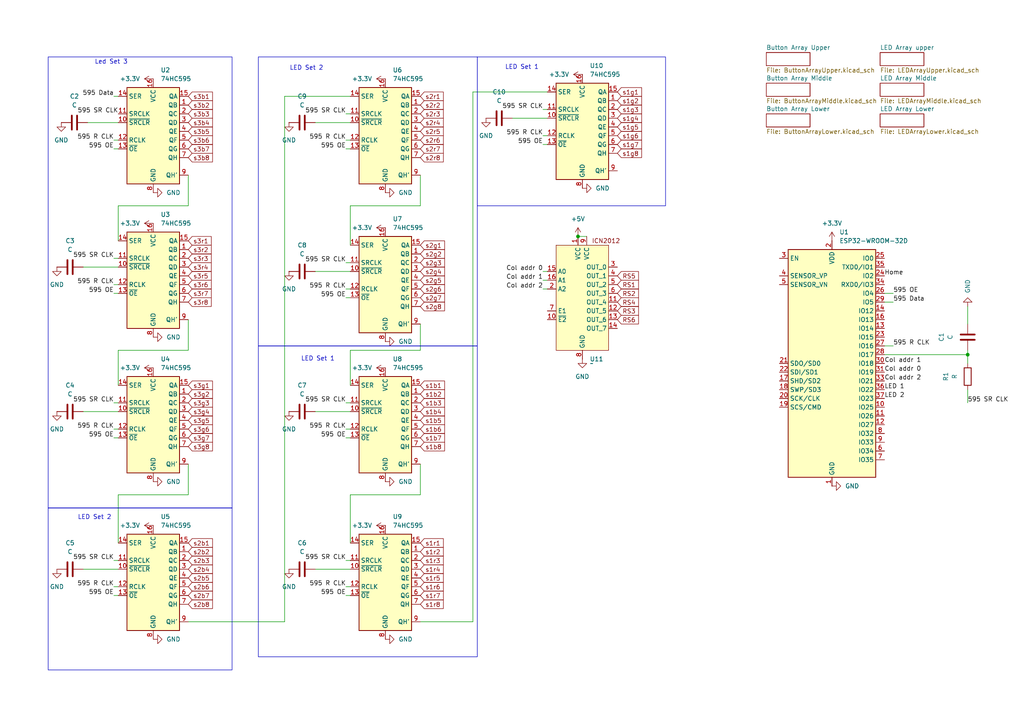
<source format=kicad_sch>
(kicad_sch (version 20250114) (generator "eeschema") (generator_version "9.0")
  (paper "A4")
  (lib_symbols
    (symbol "74xx:74HC595"
      (property "Reference" "U" (at -7.62 13.97 0))
      (property "Value" "74HC595" (at -7.62 -16.51 0))
      (symbol "74HC595_1_0"
        (pin input line (at -10.16 10.16 0) (length 2.54) (name "SER") (number "14"))
        (pin input line (at -10.16 5.08 0) (length 2.54) (name "SRCLK") (number "11"))
        (pin input line (at -10.16 2.54 0) (length 2.54) (name "~{SRCLR}") (number "10"))
        (pin input line (at -10.16 -2.54 0) (length 2.54) (name "RCLK") (number "12"))
        (pin input line (at -10.16 -5.08 0) (length 2.54) (name "~{OE}") (number "13"))
        (pin power_in line (at 0 15.24 270) (length 2.54) (name "VCC") (number "16"))
        (pin power_in line (at 0 -17.78 90) (length 2.54) (name "GND") (number "8"))
        (pin tri_state line (at 10.16 10.16 180) (length 2.54) (name "QA") (number "15"))
        (pin tri_state line (at 10.16 7.62 180) (length 2.54) (name "QB") (number "1"))
        (pin tri_state line (at 10.16 5.08 180) (length 2.54) (name "QC") (number "2"))
        (pin tri_state line (at 10.16 2.54 180) (length 2.54) (name "QD") (number "3"))
        (pin tri_state line (at 10.16 0 180) (length 2.54) (name "QE") (number "4"))
        (pin tri_state line (at 10.16 -2.54 180) (length 2.54) (name "QF") (number "5"))
        (pin tri_state line (at 10.16 -5.08 180) (length 2.54) (name "QG") (number "6"))
        (pin tri_state line (at 10.16 -7.62 180) (length 2.54) (name "QH") (number "7"))
        (pin output line (at 10.16 -12.7 180) (length 2.54) (name "QH'") (number "9"))
      )
      (symbol "74HC595_1_1"
        (rectangle (start -7.62 12.7) (end 7.62 -15.24) (stroke (width 0.254)) (fill (type background)))
      )
    )
    (symbol "Device:C" (pin_numbers (hide yes)) (pin_names (offset 0.254))
      (property "Reference" "C" (at 0.635 2.54 0))
      (property "Value" "C" (at 0.635 -2.54 0))
      (symbol "C_0_1"
        (polyline (pts (xy -2.032 0.762) (xy 2.032 0.762)) (stroke (width 0.508)))
        (polyline (pts (xy -2.032 -0.762) (xy 2.032 -0.762)) (stroke (width 0.508)))
      )
      (symbol "C_1_1"
        (pin passive line (at 0 3.81 270) (length 2.794) (name "~") (number "1"))
        (pin passive line (at 0 -3.81 90) (length 2.794) (name "~") (number "2"))
      )
    )
    (symbol "Device:R" (pin_numbers (hide yes)) (pin_names (offset 0))
      (property "Reference" "R" (at 2.032 0 90))
      (property "Value" "R" (at 0 0 90))
      (symbol "R_0_1"
        (rectangle (start -1.016 -2.54) (end 1.016 2.54) (stroke (width 0.254)))
      )
      (symbol "R_1_1"
        (pin passive line (at 0 3.81 270) (length 1.27) (name "~") (number "1"))
        (pin passive line (at 0 -3.81 90) (length 1.27) (name "~") (number "2"))
      )
    )
    (symbol "RF_Module:ESP32-WROOM-32D"
      (property "Reference" "U" (at -12.7 34.29 0))
      (property "Value" "ESP32-WROOM-32D" (at 1.27 34.29 0))
      (symbol "ESP32-WROOM-32D_0_1"
        (rectangle (start -12.7 33.02) (end 12.7 -33.02) (stroke (width 0.254)) (fill (type background)))
      )
      (symbol "ESP32-WROOM-32D_1_1"
        (pin input line (at -15.24 30.48 0) (length 2.54) (name "EN") (number "3"))
        (pin input line (at -15.24 25.4 0) (length 2.54) (name "SENSOR_VP") (number "4"))
        (pin input line (at -15.24 22.86 0) (length 2.54) (name "SENSOR_VN") (number "5"))
        (pin bidirectional line (at -15.24 0 0) (length 2.54) (name "SDO/SD0") (number "21"))
        (pin bidirectional line (at -15.24 -2.54 0) (length 2.54) (name "SDI/SD1") (number "22"))
        (pin bidirectional line (at -15.24 -5.08 0) (length 2.54) (name "SHD/SD2") (number "17"))
        (pin bidirectional line (at -15.24 -7.62 0) (length 2.54) (name "SWP/SD3") (number "18"))
        (pin bidirectional line (at -15.24 -10.16 0) (length 2.54) (name "SCK/CLK") (number "20"))
        (pin bidirectional line (at -15.24 -12.7 0) (length 2.54) (name "SCS/CMD") (number "19"))
        (pin no_connect line (at -12.7 -27.94 0) (length 2.54) (hide yes) (name "NC") (number "32"))
        (pin power_in line (at 0 35.56 270) (length 2.54) (name "VDD") (number "2"))
        (pin power_in line (at 0 -35.56 90) (length 2.54) (name "GND") (number "1"))
        (pin passive line (at 0 -35.56 90) (length 2.54) (hide yes) (name "GND") (number "15"))
        (pin passive line (at 0 -35.56 90) (length 2.54) (hide yes) (name "GND") (number "38"))
        (pin passive line (at 0 -35.56 90) (length 2.54) (hide yes) (name "GND") (number "39"))
        (pin bidirectional line (at 15.24 30.48 180) (length 2.54) (name "IO0") (number "25"))
        (pin bidirectional line (at 15.24 27.94 180) (length 2.54) (name "TXD0/IO1") (number "35"))
        (pin bidirectional line (at 15.24 25.4 180) (length 2.54) (name "IO2") (number "24"))
        (pin bidirectional line (at 15.24 22.86 180) (length 2.54) (name "RXD0/IO3") (number "34"))
        (pin bidirectional line (at 15.24 20.32 180) (length 2.54) (name "IO4") (number "26"))
        (pin bidirectional line (at 15.24 17.78 180) (length 2.54) (name "IO5") (number "29"))
        (pin bidirectional line (at 15.24 15.24 180) (length 2.54) (name "IO12") (number "14"))
        (pin bidirectional line (at 15.24 12.7 180) (length 2.54) (name "IO13") (number "16"))
        (pin bidirectional line (at 15.24 10.16 180) (length 2.54) (name "IO14") (number "13"))
        (pin bidirectional line (at 15.24 7.62 180) (length 2.54) (name "IO15") (number "23"))
        (pin bidirectional line (at 15.24 5.08 180) (length 2.54) (name "IO16") (number "27"))
        (pin bidirectional line (at 15.24 2.54 180) (length 2.54) (name "IO17") (number "28"))
        (pin bidirectional line (at 15.24 0 180) (length 2.54) (name "IO18") (number "30"))
        (pin bidirectional line (at 15.24 -2.54 180) (length 2.54) (name "IO19") (number "31"))
        (pin bidirectional line (at 15.24 -5.08 180) (length 2.54) (name "IO21") (number "33"))
        (pin bidirectional line (at 15.24 -7.62 180) (length 2.54) (name "IO22") (number "36"))
        (pin bidirectional line (at 15.24 -10.16 180) (length 2.54) (name "IO23") (number "37"))
        (pin bidirectional line (at 15.24 -12.7 180) (length 2.54) (name "IO25") (number "10"))
        (pin bidirectional line (at 15.24 -15.24 180) (length 2.54) (name "IO26") (number "11"))
        (pin bidirectional line (at 15.24 -17.78 180) (length 2.54) (name "IO27") (number "12"))
        (pin bidirectional line (at 15.24 -20.32 180) (length 2.54) (name "IO32") (number "8"))
        (pin bidirectional line (at 15.24 -22.86 180) (length 2.54) (name "IO33") (number "9"))
        (pin input line (at 15.24 -25.4 180) (length 2.54) (name "IO34") (number "6"))
        (pin input line (at 15.24 -27.94 180) (length 2.54) (name "IO35") (number "7"))
      )
    )
    (symbol "Special Parts:ICN2012"
      (property "Reference" "U" (at 4.826 18.796 0))
      (symbol "ICN2012_0_1"
        (rectangle (start -7.62 15.24) (end 7.62 -15.24) (fill (type background)))
      )
      (symbol "ICN2012_1_1"
        (text "ICN2012" (at 6.858 16.51 0) (effects (font (size 1.27 1.27))))
        (pin input line (at -10.16 7.62 0) (length 2.54) (name "A0") (number "15"))
        (pin input line (at -10.16 5.08 0) (length 2.54) (name "A1") (number "16"))
        (pin input line (at -10.16 2.54 0) (length 2.54) (name "A2") (number "2"))
        (pin input line (at -10.16 -3.81 0) (length 2.54) (name "E1") (number "7"))
        (pin input line (at -10.16 -6.35 0) (length 2.54) (name "~{E2}") (number "10"))
        (pin power_in line (at -1.27 17.78 270) (length 2.54) (name "VCC") (number "1"))
        (pin power_in line (at 0 -17.78 90) (length 2.54) (name "GND") (number "8"))
        (pin power_in line (at 1.27 17.78 270) (length 2.54) (name "VCC") (number "9"))
        (pin output line (at 10.16 8.89 180) (length 2.54) (name "OUT_0") (number "3"))
        (pin output line (at 10.16 6.35 180) (length 2.54) (name "OUT_1") (number "4"))
        (pin output line (at 10.16 3.81 180) (length 2.54) (name "OUT_2") (number "5"))
        (pin output line (at 10.16 1.27 180) (length 2.54) (name "OUT_3") (number "6"))
        (pin output line (at 10.16 -1.27 180) (length 2.54) (name "OUT_4") (number "11"))
        (pin output line (at 10.16 -3.81 180) (length 2.54) (name "OUT_5") (number "12"))
        (pin output line (at 10.16 -6.35 180) (length 2.54) (name "OUT_6") (number "13"))
        (pin output line (at 10.16 -8.89 180) (length 2.54) (name "OUT_7") (number "14"))
      )
    )
    (symbol "power:+3.3V" (power) (pin_numbers (hide yes)) (pin_names (offset 0) (hide yes))
      (property "Value" "+3.3V" (at 0 3.556 0))
      (symbol "+3.3V_0_1"
        (polyline (pts (xy -0.762 1.27) (xy 0 2.54)))
        (polyline (pts (xy 0 2.54) (xy 0.762 1.27)))
        (polyline (pts (xy 0 0) (xy 0 2.54)))
      )
      (symbol "+3.3V_1_1"
        (pin power_in line (at 0 0 90) (length 0) (name "~") (number "1"))
      )
    )
    (symbol "power:+5V" (power) (pin_numbers (hide yes)) (pin_names (offset 0) (hide yes))
      (property "Value" "+5V" (at 0 3.556 0))
      (symbol "+5V_0_1"
        (polyline (pts (xy -0.762 1.27) (xy 0 2.54)))
        (polyline (pts (xy 0 2.54) (xy 0.762 1.27)))
        (polyline (pts (xy 0 0) (xy 0 2.54)))
      )
      (symbol "+5V_1_1"
        (pin power_in line (at 0 0 90) (length 0) (name "~") (number "1"))
      )
    )
    (symbol "power:GND" (power) (pin_numbers (hide yes)) (pin_names (offset 0) (hide yes))
      (property "Value" "GND" (at 0 -3.81 0))
      (symbol "GND_0_1"
        (polyline (pts (xy 0 0) (xy 0 -1.27) (xy 1.27 -1.27) (xy 0 -2.54) (xy -1.27 -1.27) (xy 0 -1.27)))
      )
      (symbol "GND_1_1"
        (pin power_in line (at 0 0 270) (length 0) (name "~") (number "1"))
      )
    )
  )
  (rectangle (start 74.93 100.33) (end 138.43 190.5))
  (rectangle (start 13.97 147.32) (end 67.31 194.31))
  (rectangle (start 138.43 16.51) (end 193.04 59.69))
  (rectangle (start 74.93 16.51) (end 138.43 100.33))
  (rectangle (start 13.97 16.51) (end 67.31 147.32))
  (text "LED Set 1" (at 92.202 104.14 0) (effects (font (size 1.27 1.27))))
  (text "LED Set 2" (at 27.432 150.114 0) (effects (font (size 1.27 1.27))))
  (text "Led Set 3\n" (at 32.258 18.034 0) (effects (font (size 1.27 1.27))))
  (text "LED Set 1" (at 151.384 19.558 0) (effects (font (size 1.27 1.27))))
  (text "LED Set 2" (at 88.9 19.812 0) (effects (font (size 1.27 1.27))))
  (junction (at 167.64 68.58))
  (junction (at 280.67 102.87))
  (wire (pts (xy 34.29 127) (xy 33.02 127)))
  (wire (pts (xy 34.29 143.51) (xy 34.29 157.48)))
  (wire (pts (xy 54.61 92.71) (xy 54.61 101.6)))
  (wire (pts (xy 158.75 78.74) (xy 157.48 78.74)))
  (wire (pts (xy 100.33 162.56) (xy 101.6 162.56)))
  (wire (pts (xy 280.67 102.87) (xy 280.67 101.6)))
  (wire (pts (xy 101.6 59.69) (xy 101.6 71.12)))
  (wire (pts (xy 121.92 93.98) (xy 121.92 101.6)))
  (wire (pts (xy 158.75 81.28) (xy 157.48 81.28)))
  (wire (pts (xy 54.61 50.8) (xy 54.61 59.69)))
  (wire (pts (xy 121.92 134.62) (xy 121.92 143.51)))
  (wire (pts (xy 33.02 40.64) (xy 34.29 40.64)))
  (wire (pts (xy 24.13 119.38) (xy 34.29 119.38)))
  (wire (pts (xy 100.33 83.82) (xy 101.6 83.82)))
  (wire (pts (xy 33.02 82.55) (xy 34.29 82.55)))
  (wire (pts (xy 148.59 34.29) (xy 158.75 34.29)))
  (wire (pts (xy 24.13 165.1) (xy 34.29 165.1)))
  (wire (pts (xy 33.02 27.94) (xy 34.29 27.94)))
  (wire (pts (xy 34.29 59.69) (xy 34.29 69.85)))
  (wire (pts (xy 121.92 59.69) (xy 101.6 59.69)))
  (wire (pts (xy 101.6 143.51) (xy 101.6 157.48)))
  (wire (pts (xy 24.13 77.47) (xy 34.29 77.47)))
  (wire (pts (xy 54.61 143.51) (xy 34.29 143.51)))
  (wire (pts (xy 280.67 93.98) (xy 280.67 88.9)))
  (wire (pts (xy 33.02 116.84) (xy 34.29 116.84)))
  (wire (pts (xy 137.16 180.34) (xy 121.92 180.34)))
  (wire (pts (xy 33.02 170.18) (xy 34.29 170.18)))
  (wire (pts (xy 54.61 101.6) (xy 34.29 101.6)))
  (wire (pts (xy 121.92 143.51) (xy 101.6 143.51)))
  (wire (pts (xy 100.33 40.64) (xy 101.6 40.64)))
  (wire (pts (xy 34.29 43.18) (xy 33.02 43.18)))
  (wire (pts (xy 101.6 101.6) (xy 101.6 111.76)))
  (wire (pts (xy 91.44 35.56) (xy 101.6 35.56)))
  (wire (pts (xy 54.61 180.34) (xy 82.55 180.34)))
  (wire (pts (xy 100.33 33.02) (xy 101.6 33.02)))
  (wire (pts (xy 167.64 68.58) (xy 170.18 68.58)))
  (wire (pts (xy 91.44 119.38) (xy 101.6 119.38)))
  (wire (pts (xy 33.02 124.46) (xy 34.29 124.46)))
  (wire (pts (xy 121.92 101.6) (xy 101.6 101.6)))
  (wire (pts (xy 100.33 116.84) (xy 101.6 116.84)))
  (wire (pts (xy 34.29 172.72) (xy 33.02 172.72)))
  (wire (pts (xy 91.44 78.74) (xy 101.6 78.74)))
  (wire (pts (xy 33.02 74.93) (xy 34.29 74.93)))
  (wire (pts (xy 101.6 127) (xy 100.33 127)))
  (wire (pts (xy 137.16 26.67) (xy 158.75 26.67)))
  (wire (pts (xy 91.44 165.1) (xy 101.6 165.1)))
  (wire (pts (xy 137.16 26.67) (xy 137.16 180.34)))
  (wire (pts (xy 256.54 102.87) (xy 280.67 102.87)))
  (wire (pts (xy 100.33 124.46) (xy 101.6 124.46)))
  (wire (pts (xy 82.55 27.94) (xy 101.6 27.94)))
  (wire (pts (xy 100.33 76.2) (xy 101.6 76.2)))
  (wire (pts (xy 280.67 105.41) (xy 280.67 102.87)))
  (wire (pts (xy 157.48 31.75) (xy 158.75 31.75)))
  (wire (pts (xy 25.4 35.56) (xy 34.29 35.56)))
  (wire (pts (xy 256.54 100.33) (xy 259.08 100.33)))
  (wire (pts (xy 34.29 85.09) (xy 33.02 85.09)))
  (wire (pts (xy 33.02 162.56) (xy 34.29 162.56)))
  (wire (pts (xy 82.55 180.34) (xy 82.55 27.94)))
  (wire (pts (xy 100.33 170.18) (xy 101.6 170.18)))
  (wire (pts (xy 101.6 172.72) (xy 100.33 172.72)))
  (wire (pts (xy 101.6 43.18) (xy 100.33 43.18)))
  (wire (pts (xy 54.61 134.62) (xy 54.61 143.51)))
  (wire (pts (xy 34.29 101.6) (xy 34.29 111.76)))
  (wire (pts (xy 157.48 83.82) (xy 158.75 83.82)))
  (wire (pts (xy 256.54 85.09) (xy 259.08 85.09)))
  (wire (pts (xy 121.92 50.8) (xy 121.92 59.69)))
  (wire (pts (xy 157.48 39.37) (xy 158.75 39.37)))
  (wire (pts (xy 280.67 116.84) (xy 280.67 113.03)))
  (wire (pts (xy 256.54 87.63) (xy 259.08 87.63)))
  (wire (pts (xy 158.75 41.91) (xy 157.48 41.91)))
  (wire (pts (xy 101.6 86.36) (xy 100.33 86.36)))
  (wire (pts (xy 54.61 59.69) (xy 34.29 59.69)))
  (label "595 R CLK" (at 33.02 82.55 180))
  (label "595 OE" (at 100.33 172.72 180))
  (label "595 Data" (at 259.08 87.63 0))
  (label "Col addr 2" (at 157.48 83.82 180))
  (label "595 OE" (at 100.33 86.36 180))
  (label "595 OE" (at 157.48 41.91 180))
  (label "595 SR CLK" (at 100.33 33.02 180))
  (label "595 R CLK" (at 157.48 39.37 180))
  (label "595 OE" (at 33.02 172.72 180))
  (label "595 R CLK" (at 33.02 124.46 180))
  (label "595 SR CLK" (at 100.33 162.56 180))
  (label "595 OE" (at 259.08 85.09 0))
  (label "595 SR CLK" (at 33.02 74.93 180))
  (label "595 Data" (at 33.02 27.94 180))
  (label "595 SR CLK" (at 33.02 116.84 180))
  (label "595 SR CLK" (at 100.33 116.84 180))
  (label "Col addr 1" (at 256.54 105.41 0))
  (label "595 SR CLK" (at 34.29 33.02 180))
  (label "595 R CLK" (at 100.33 124.46 180))
  (label "595 SR CLK" (at 33.02 162.56 180))
  (label "595 R CLK" (at 33.02 40.64 180))
  (label "595 OE" (at 100.33 43.18 180))
  (label "595 SR CLK" (at 157.48 31.75 180))
  (label "595 R CLK" (at 100.33 170.18 180))
  (label "LED 1" (at 256.54 113.03 0))
  (label "LED 2" (at 256.54 115.57 0))
  (label "595 R CLK" (at 259.08 100.33 0))
  (label "595 R CLK" (at 100.33 83.82 180))
  (label "595 R CLK" (at 33.02 170.18 180))
  (label "Col addr 0" (at 157.48 78.74 180))
  (label "595 SR CLK" (at 280.67 116.84 0))
  (label "595 R CLK" (at 100.33 40.64 180))
  (label "Col addr 1" (at 157.48 81.28 180))
  (label "595 OE" (at 33.02 43.18 180))
  (label "Home" (at 256.54 80.01 0))
  (label "Col addr 2" (at 256.54 110.49 0))
  (label "Col addr 0" (at 256.54 107.95 0))
  (label "595 OE" (at 33.02 85.09 180))
  (label "595 OE" (at 100.33 127 180))
  (label "595 SR CLK" (at 100.33 76.2 180))
  (label "595 OE" (at 33.02 127 180))
  (global_label "s3r7" (shape input) (at 54.61 85.09 0) (property "Intersheetrefs" "${INTERSHEET_REFS}" (effects (hide yes))))
  (global_label "RS2" (shape input) (at 179.07 85.09 0) (property "Intersheetrefs" "${INTERSHEET_REFS}" (effects (hide yes))))
  (global_label "s3g5" (shape input) (at 54.61 121.92 0) (property "Intersheetrefs" "${INTERSHEET_REFS}" (effects (hide yes))))
  (global_label "s2r6" (shape input) (at 121.92 40.64 0) (property "Intersheetrefs" "${INTERSHEET_REFS}" (effects (hide yes))))
  (global_label "s2r5" (shape input) (at 121.92 38.1 0) (property "Intersheetrefs" "${INTERSHEET_REFS}" (effects (hide yes))))
  (global_label "s2b2" (shape input) (at 54.61 160.02 0) (property "Intersheetrefs" "${INTERSHEET_REFS}" (effects (hide yes))))
  (global_label "s3b1" (shape input) (at 54.61 27.94 0) (property "Intersheetrefs" "${INTERSHEET_REFS}" (effects (hide yes))))
  (global_label "s2b6" (shape input) (at 54.61 170.18 0) (property "Intersheetrefs" "${INTERSHEET_REFS}" (effects (hide yes))))
  (global_label "s2r2" (shape input) (at 121.92 30.48 0) (property "Intersheetrefs" "${INTERSHEET_REFS}" (effects (hide yes))))
  (global_label "s1g7" (shape input) (at 179.07 41.91 0) (property "Intersheetrefs" "${INTERSHEET_REFS}" (effects (hide yes))))
  (global_label "s2b4" (shape input) (at 54.61 165.1 0) (property "Intersheetrefs" "${INTERSHEET_REFS}" (effects (hide yes))))
  (global_label "s2b8" (shape input) (at 54.61 175.26 0) (property "Intersheetrefs" "${INTERSHEET_REFS}" (effects (hide yes))))
  (global_label "s1r2" (shape input) (at 121.92 160.02 0) (property "Intersheetrefs" "${INTERSHEET_REFS}" (effects (hide yes))))
  (global_label "s1b2" (shape input) (at 121.92 114.3 0) (property "Intersheetrefs" "${INTERSHEET_REFS}" (effects (hide yes))))
  (global_label "s2g8" (shape input) (at 121.92 88.9 0) (property "Intersheetrefs" "${INTERSHEET_REFS}" (effects (hide yes))))
  (global_label "s2b3" (shape input) (at 54.61 162.56 0) (property "Intersheetrefs" "${INTERSHEET_REFS}" (effects (hide yes))))
  (global_label "s1r3" (shape input) (at 121.92 162.56 0) (property "Intersheetrefs" "${INTERSHEET_REFS}" (effects (hide yes))))
  (global_label "s3g6" (shape input) (at 54.61 124.46 0) (property "Intersheetrefs" "${INTERSHEET_REFS}" (effects (hide yes))))
  (global_label "s1b3" (shape input) (at 121.92 116.84 0) (property "Intersheetrefs" "${INTERSHEET_REFS}" (effects (hide yes))))
  (global_label "RS1" (shape input) (at 179.07 82.55 0) (property "Intersheetrefs" "${INTERSHEET_REFS}" (effects (hide yes))))
  (global_label "s2g7" (shape input) (at 121.92 86.36 0) (property "Intersheetrefs" "${INTERSHEET_REFS}" (effects (hide yes))))
  (global_label "s3r4" (shape input) (at 54.61 77.47 0) (property "Intersheetrefs" "${INTERSHEET_REFS}" (effects (hide yes))))
  (global_label "s3r5" (shape input) (at 54.61 80.01 0) (property "Intersheetrefs" "${INTERSHEET_REFS}" (effects (hide yes))))
  (global_label "s1b8" (shape input) (at 121.92 129.54 0) (property "Intersheetrefs" "${INTERSHEET_REFS}" (effects (hide yes))))
  (global_label "s2g5" (shape input) (at 121.92 81.28 0) (property "Intersheetrefs" "${INTERSHEET_REFS}" (effects (hide yes))))
  (global_label "s1r7" (shape input) (at 121.92 172.72 0) (property "Intersheetrefs" "${INTERSHEET_REFS}" (effects (hide yes))))
  (global_label "s3g8" (shape input) (at 54.61 129.54 0) (property "Intersheetrefs" "${INTERSHEET_REFS}" (effects (hide yes))))
  (global_label "s1b4" (shape input) (at 121.92 119.38 0) (property "Intersheetrefs" "${INTERSHEET_REFS}" (effects (hide yes))))
  (global_label "s2g1" (shape input) (at 121.92 71.12 0) (property "Intersheetrefs" "${INTERSHEET_REFS}" (effects (hide yes))))
  (global_label "s1b5" (shape input) (at 121.92 121.92 0) (property "Intersheetrefs" "${INTERSHEET_REFS}" (effects (hide yes))))
  (global_label "s1r6" (shape input) (at 121.92 170.18 0) (property "Intersheetrefs" "${INTERSHEET_REFS}" (effects (hide yes))))
  (global_label "RS3" (shape input) (at 179.07 90.17 0) (property "Intersheetrefs" "${INTERSHEET_REFS}" (effects (hide yes))))
  (global_label "s1r8" (shape input) (at 121.92 175.26 0) (property "Intersheetrefs" "${INTERSHEET_REFS}" (effects (hide yes))))
  (global_label "s2r7" (shape input) (at 121.92 43.18 0) (property "Intersheetrefs" "${INTERSHEET_REFS}" (effects (hide yes))))
  (global_label "s1r1" (shape input) (at 121.92 157.48 0) (property "Intersheetrefs" "${INTERSHEET_REFS}" (effects (hide yes))))
  (global_label "s1r4" (shape input) (at 121.92 165.1 0) (property "Intersheetrefs" "${INTERSHEET_REFS}" (effects (hide yes))))
  (global_label "s2g4" (shape input) (at 121.92 78.74 0) (property "Intersheetrefs" "${INTERSHEET_REFS}" (effects (hide yes))))
  (global_label "s3r1" (shape input) (at 54.61 69.85 0) (property "Intersheetrefs" "${INTERSHEET_REFS}" (effects (hide yes))))
  (global_label "s1r5" (shape input) (at 121.92 167.64 0) (property "Intersheetrefs" "${INTERSHEET_REFS}" (effects (hide yes))))
  (global_label "s2r4" (shape input) (at 121.92 35.56 0) (property "Intersheetrefs" "${INTERSHEET_REFS}" (effects (hide yes))))
  (global_label "s1b6" (shape input) (at 121.92 124.46 0) (property "Intersheetrefs" "${INTERSHEET_REFS}" (effects (hide yes))))
  (global_label "RS5" (shape input) (at 179.07 80.01 0) (property "Intersheetrefs" "${INTERSHEET_REFS}" (effects (hide yes))))
  (global_label "s2r8" (shape input) (at 121.92 45.72 0) (property "Intersheetrefs" "${INTERSHEET_REFS}" (effects (hide yes))))
  (global_label "s3g1" (shape input) (at 54.61 111.76 0) (property "Intersheetrefs" "${INTERSHEET_REFS}" (effects (hide yes))))
  (global_label "s3b3" (shape input) (at 54.61 33.02 0) (property "Intersheetrefs" "${INTERSHEET_REFS}" (effects (hide yes))))
  (global_label "s3g3" (shape input) (at 54.61 116.84 0) (property "Intersheetrefs" "${INTERSHEET_REFS}" (effects (hide yes))))
  (global_label "s1g1" (shape input) (at 179.07 26.67 0) (property "Intersheetrefs" "${INTERSHEET_REFS}" (effects (hide yes))))
  (global_label "s2r1" (shape input) (at 121.92 27.94 0) (property "Intersheetrefs" "${INTERSHEET_REFS}" (effects (hide yes))))
  (global_label "s3r8" (shape input) (at 54.61 87.63 0) (property "Intersheetrefs" "${INTERSHEET_REFS}" (effects (hide yes))))
  (global_label "s3b5" (shape input) (at 54.61 38.1 0) (property "Intersheetrefs" "${INTERSHEET_REFS}" (effects (hide yes))))
  (global_label "s2r3" (shape input) (at 121.92 33.02 0) (property "Intersheetrefs" "${INTERSHEET_REFS}" (effects (hide yes))))
  (global_label "s2b5" (shape input) (at 54.61 167.64 0) (property "Intersheetrefs" "${INTERSHEET_REFS}" (effects (hide yes))))
  (global_label "s1b1" (shape input) (at 121.92 111.76 0) (property "Intersheetrefs" "${INTERSHEET_REFS}" (effects (hide yes))))
  (global_label "s2g6" (shape input) (at 121.92 83.82 0) (property "Intersheetrefs" "${INTERSHEET_REFS}" (effects (hide yes))))
  (global_label "s3b2" (shape input) (at 54.61 30.48 0) (property "Intersheetrefs" "${INTERSHEET_REFS}" (effects (hide yes))))
  (global_label "s1g5" (shape input) (at 179.07 36.83 0) (property "Intersheetrefs" "${INTERSHEET_REFS}" (effects (hide yes))))
  (global_label "s3b4" (shape input) (at 54.61 35.56 0) (property "Intersheetrefs" "${INTERSHEET_REFS}" (effects (hide yes))))
  (global_label "s2g3" (shape input) (at 121.92 76.2 0) (property "Intersheetrefs" "${INTERSHEET_REFS}" (effects (hide yes))))
  (global_label "RS6" (shape input) (at 179.07 92.71 0) (property "Intersheetrefs" "${INTERSHEET_REFS}" (effects (hide yes))))
  (global_label "s3b8" (shape input) (at 54.61 45.72 0) (property "Intersheetrefs" "${INTERSHEET_REFS}" (effects (hide yes))))
  (global_label "s1b7" (shape input) (at 121.92 127 0) (property "Intersheetrefs" "${INTERSHEET_REFS}" (effects (hide yes))))
  (global_label "s1g2" (shape input) (at 179.07 29.21 0) (property "Intersheetrefs" "${INTERSHEET_REFS}" (effects (hide yes))))
  (global_label "s1g6" (shape input) (at 179.07 39.37 0) (property "Intersheetrefs" "${INTERSHEET_REFS}" (effects (hide yes))))
  (global_label "s3g7" (shape input) (at 54.61 127 0) (property "Intersheetrefs" "${INTERSHEET_REFS}" (effects (hide yes))))
  (global_label "s1g4" (shape input) (at 179.07 34.29 0) (property "Intersheetrefs" "${INTERSHEET_REFS}" (effects (hide yes))))
  (global_label "s1g3" (shape input) (at 179.07 31.75 0) (property "Intersheetrefs" "${INTERSHEET_REFS}" (effects (hide yes))))
  (global_label "s3r6" (shape input) (at 54.61 82.55 0) (property "Intersheetrefs" "${INTERSHEET_REFS}" (effects (hide yes))))
  (global_label "s3r2" (shape input) (at 54.61 72.39 0) (property "Intersheetrefs" "${INTERSHEET_REFS}" (effects (hide yes))))
  (global_label "RS4" (shape input) (at 179.07 87.63 0) (property "Intersheetrefs" "${INTERSHEET_REFS}" (effects (hide yes))))
  (global_label "s2g2" (shape input) (at 121.92 73.66 0) (property "Intersheetrefs" "${INTERSHEET_REFS}" (effects (hide yes))))
  (global_label "s3g2" (shape input) (at 54.61 114.3 0) (property "Intersheetrefs" "${INTERSHEET_REFS}" (effects (hide yes))))
  (global_label "s3b6" (shape input) (at 54.61 40.64 0) (property "Intersheetrefs" "${INTERSHEET_REFS}" (effects (hide yes))))
  (global_label "s1g8" (shape input) (at 179.07 44.45 0) (property "Intersheetrefs" "${INTERSHEET_REFS}" (effects (hide yes))))
  (global_label "s3g4" (shape input) (at 54.61 119.38 0) (property "Intersheetrefs" "${INTERSHEET_REFS}" (effects (hide yes))))
  (global_label "s2b7" (shape input) (at 54.61 172.72 0) (property "Intersheetrefs" "${INTERSHEET_REFS}" (effects (hide yes))))
  (global_label "s2b1" (shape input) (at 54.61 157.48 0) (property "Intersheetrefs" "${INTERSHEET_REFS}" (effects (hide yes))))
  (global_label "s3r3" (shape input) (at 54.61 74.93 0) (property "Intersheetrefs" "${INTERSHEET_REFS}" (effects (hide yes))))
  (global_label "s3b7" (shape input) (at 54.61 43.18 0) (property "Intersheetrefs" "${INTERSHEET_REFS}" (effects (hide yes))))
  (symbol (lib_id "power:GND") (at 44.45 97.79 90) (unit 1)
    (property "Reference" "#PWR04" (effects (hide yes)))
    (property "Value" "GND" (at 48.26 97.7899 90) (effects (justify right)))
    (property "Description" "Power symbol creates a global label with name \"GND\" , ground" (effects (hide yes)))
  )
  (symbol (lib_id "power:+3.3V") (at 111.76 152.4 90) (unit 1)
    (property "Reference" "#PWR019" (effects (hide yes)))
    (property "Value" "+3.3V" (at 107.95 152.3999 90) (effects (justify left)))
    (property "Description" "Power symbol creates a global label with name \"+3.3V\"" (effects (hide yes)))
  )
  (symbol (lib_id "power:+3.3V") (at 44.45 106.68 90) (unit 1)
    (property "Reference" "#PWR016" (effects (hide yes)))
    (property "Value" "+3.3V" (at 40.64 106.6799 90) (effects (justify left)))
    (property "Description" "Power symbol creates a global label with name \"+3.3V\"" (effects (hide yes)))
  )
  (symbol (lib_id "Special Parts:ICN2012") (at 168.91 86.36 0) (unit 1)
    (property "Reference" "U11" (at 171.0533 104.14 0) (effects (justify left)))
    (property "Value" "~" (at 171.0533 105.41 0) (effects (justify left)))
    (property "Datasheet" "https://datasheet4u.com/datasheet/CHIPONE/ICN2012-1328874" (effects (hide yes)))
  )
  (symbol (lib_id "power:GND") (at 111.76 185.42 90) (unit 1)
    (property "Reference" "#PWR09" (effects (hide yes)))
    (property "Value" "GND" (at 115.57 185.4199 90) (effects (justify right)))
    (property "Description" "Power symbol creates a global label with name \"GND\" , ground" (effects (hide yes)))
  )
  (symbol (lib_id "RF_Module:ESP32-WROOM-32D") (at 241.3 105.41 0) (unit 1)
    (property "Reference" "U1" (at 243.4433 67.31 0) (effects (justify left)))
    (property "Value" "ESP32-WROOM-32D" (at 243.4433 69.85 0) (effects (justify left)))
    (property "Footprint" "RF_Module:ESP32-WROOM-32D" (effects (hide yes)))
    (property "Datasheet" "https://www.espressif.com/sites/default/files/documentation/esp32-wroom-32d_esp32-wroom-32u_datasheet_en.pdf" (effects (hide yes)))
    (property "Description" "RF Module, ESP32-D0WD SoC, Wi-Fi 802.11b/g/n, Bluetooth, BLE, 32-bit, 2.7-3.6V, onboard antenna, SMD" (effects (hide yes)))
  )
  (symbol (lib_id "power:GND") (at 16.51 165.1 0) (unit 1)
    (property "Reference" "#PWR029" (effects (hide yes)))
    (property "Value" "GND" (at 16.51 170.18 0))
    (property "Description" "Power symbol creates a global label with name \"GND\" , ground" (effects (hide yes)))
  )
  (symbol (lib_id "power:GND") (at 111.76 99.06 90) (unit 1)
    (property "Reference" "#PWR05" (effects (hide yes)))
    (property "Value" "GND" (at 115.57 99.0599 90) (effects (justify right)))
    (property "Description" "Power symbol creates a global label with name \"GND\" , ground" (effects (hide yes)))
  )
  (symbol (lib_id "Device:C") (at 20.32 77.47 90) (unit 1)
    (property "Reference" "C3" (at 20.32 69.85 90))
    (property "Value" "C" (at 20.32 72.39 90))
    (property "Footprint" "Capacitor_SMD:C_0201_0603Metric" (effects (hide yes)))
    (property "Description" "Unpolarized capacitor" (effects (hide yes)))
  )
  (symbol (lib_id "power:GND") (at 140.97 34.29 0) (unit 1)
    (property "Reference" "#PWR028" (effects (hide yes)))
    (property "Value" "GND" (at 140.97 39.37 0))
    (property "Description" "Power symbol creates a global label with name \"GND\" , ground" (effects (hide yes)))
  )
  (symbol (lib_id "Device:C") (at 280.67 97.79 180) (unit 1)
    (property "Reference" "C1" (at 273.05 97.79 90))
    (property "Value" "C" (at 275.59 97.79 90))
    (property "Footprint" "Capacitor_SMD:C_0201_0603Metric" (effects (hide yes)))
    (property "Description" "Unpolarized capacitor" (effects (hide yes)))
  )
  (symbol (lib_id "74xx:74HC595") (at 44.45 121.92 0) (unit 1)
    (property "Reference" "U4" (at 46.5933 104.14 0) (effects (justify left)))
    (property "Value" "74HC595" (at 46.5933 106.68 0) (effects (justify left)))
    (property "Footprint" "Package_SO:SOIC-16_3.9x9.9mm_P1.27mm" (effects (hide yes)))
    (property "Datasheet" "http://www.ti.com/lit/ds/symlink/sn74hc595.pdf" (effects (hide yes)))
    (property "Description" "8-bit serial in/out Shift Register 3-State Outputs" (effects (hide yes)))
  )
  (symbol (lib_id "74xx:74HC595") (at 111.76 81.28 0) (unit 1)
    (property "Reference" "U7" (at 113.9033 63.5 0) (effects (justify left)))
    (property "Value" "74HC595" (at 113.9033 66.04 0) (effects (justify left)))
    (property "Footprint" "Package_SO:SOIC-16_3.9x9.9mm_P1.27mm" (effects (hide yes)))
    (property "Datasheet" "http://www.ti.com/lit/ds/symlink/sn74hc595.pdf" (effects (hide yes)))
    (property "Description" "8-bit serial in/out Shift Register 3-State Outputs" (effects (hide yes)))
  )
  (symbol (lib_id "power:GND") (at 44.45 185.42 90) (unit 1)
    (property "Reference" "#PWR08" (effects (hide yes)))
    (property "Value" "GND" (at 48.26 185.4199 90) (effects (justify right)))
    (property "Description" "Power symbol creates a global label with name \"GND\" , ground" (effects (hide yes)))
  )
  (symbol (lib_id "74xx:74HC595") (at 111.76 121.92 0) (unit 1)
    (property "Reference" "U8" (at 113.9033 104.14 0) (effects (justify left)))
    (property "Value" "74HC595" (at 113.9033 106.68 0) (effects (justify left)))
    (property "Footprint" "Package_SO:SOIC-16_3.9x9.9mm_P1.27mm" (effects (hide yes)))
    (property "Datasheet" "http://www.ti.com/lit/ds/symlink/sn74hc595.pdf" (effects (hide yes)))
    (property "Description" "8-bit serial in/out Shift Register 3-State Outputs" (effects (hide yes)))
  )
  (symbol (lib_id "74xx:74HC595") (at 44.45 38.1 0) (unit 1)
    (property "Reference" "U2" (at 46.5933 20.32 0) (effects (justify left)))
    (property "Value" "74HC595" (at 46.5933 22.86 0) (effects (justify left)))
    (property "Footprint" "Package_SO:SOIC-16_3.9x9.9mm_P1.27mm" (effects (hide yes)))
    (property "Datasheet" "http://www.ti.com/lit/ds/symlink/sn74hc595.pdf" (effects (hide yes)))
    (property "Description" "8-bit serial in/out Shift Register 3-State Outputs" (effects (hide yes)))
  )
  (symbol (lib_id "power:GND") (at 17.78 35.56 0) (unit 1)
    (property "Reference" "#PWR021" (effects (hide yes)))
    (property "Value" "GND" (at 17.78 40.64 0))
    (property "Description" "Power symbol creates a global label with name \"GND\" , ground" (effects (hide yes)))
  )
  (symbol (lib_id "power:+3.3V") (at 44.45 64.77 90) (unit 1)
    (property "Reference" "#PWR014" (effects (hide yes)))
    (property "Value" "+3.3V" (at 40.64 64.7699 90) (effects (justify left)))
    (property "Description" "Power symbol creates a global label with name \"+3.3V\"" (effects (hide yes)))
  )
  (symbol (lib_id "74xx:74HC595") (at 111.76 38.1 0) (unit 1)
    (property "Reference" "U6" (at 113.9033 20.32 0) (effects (justify left)))
    (property "Value" "74HC595" (at 113.9033 22.86 0) (effects (justify left)))
    (property "Footprint" "Package_SO:SOIC-16_3.9x9.9mm_P1.27mm" (effects (hide yes)))
    (property "Datasheet" "http://www.ti.com/lit/ds/symlink/sn74hc595.pdf" (effects (hide yes)))
    (property "Description" "8-bit serial in/out Shift Register 3-State Outputs" (effects (hide yes)))
  )
  (symbol (lib_id "Device:C") (at 21.59 35.56 90) (unit 1)
    (property "Reference" "C2" (at 21.59 27.94 90))
    (property "Value" "C" (at 21.59 30.48 90))
    (property "Footprint" "Capacitor_SMD:C_0201_0603Metric" (effects (hide yes)))
    (property "Description" "Unpolarized capacitor" (effects (hide yes)))
  )
  (symbol (lib_id "Device:C") (at 87.63 35.56 90) (unit 1)
    (property "Reference" "C9" (at 87.63 27.94 90))
    (property "Value" "C" (at 87.63 30.48 90))
    (property "Footprint" "Capacitor_SMD:C_0201_0603Metric" (effects (hide yes)))
    (property "Description" "Unpolarized capacitor" (effects (hide yes)))
  )
  (symbol (lib_id "power:GND") (at 44.45 139.7 90) (unit 1)
    (property "Reference" "#PWR06" (effects (hide yes)))
    (property "Value" "GND" (at 48.26 139.6999 90) (effects (justify right)))
    (property "Description" "Power symbol creates a global label with name \"GND\" , ground" (effects (hide yes)))
  )
  (symbol (lib_id "Device:C") (at 87.63 119.38 90) (unit 1)
    (property "Reference" "C7" (at 87.63 111.76 90))
    (property "Value" "C" (at 87.63 114.3 90))
    (property "Footprint" "Capacitor_SMD:C_0201_0603Metric" (effects (hide yes)))
    (property "Description" "Unpolarized capacitor" (effects (hide yes)))
  )
  (symbol (lib_id "power:+3.3V") (at 111.76 66.04 90) (unit 1)
    (property "Reference" "#PWR015" (effects (hide yes)))
    (property "Value" "+3.3V" (at 107.95 66.0399 90) (effects (justify left)))
    (property "Description" "Power symbol creates a global label with name \"+3.3V\"" (effects (hide yes)))
  )
  (symbol (lib_id "power:GND") (at 44.45 55.88 90) (unit 1)
    (property "Reference" "#PWR01" (effects (hide yes)))
    (property "Value" "GND" (at 48.26 55.8799 90) (effects (justify right)))
    (property "Description" "Power symbol creates a global label with name \"GND\" , ground" (effects (hide yes)))
  )
  (symbol (lib_id "power:+3.3V") (at 44.45 152.4 90) (unit 1)
    (property "Reference" "#PWR018" (effects (hide yes)))
    (property "Value" "+3.3V" (at 40.64 152.3999 90) (effects (justify left)))
    (property "Description" "Power symbol creates a global label with name \"+3.3V\"" (effects (hide yes)))
  )
  (symbol (lib_id "74xx:74HC595") (at 44.45 80.01 0) (unit 1)
    (property "Reference" "U3" (at 46.5933 62.23 0) (effects (justify left)))
    (property "Value" "74HC595" (at 46.5933 64.77 0) (effects (justify left)))
    (property "Footprint" "Package_SO:SOIC-16_3.9x9.9mm_P1.27mm" (effects (hide yes)))
    (property "Datasheet" "http://www.ti.com/lit/ds/symlink/sn74hc595.pdf" (effects (hide yes)))
    (property "Description" "8-bit serial in/out Shift Register 3-State Outputs" (effects (hide yes)))
  )
  (symbol (lib_id "power:+3.3V") (at 111.76 106.68 90) (unit 1)
    (property "Reference" "#PWR017" (effects (hide yes)))
    (property "Value" "+3.3V" (at 107.95 106.6799 90) (effects (justify left)))
    (property "Description" "Power symbol creates a global label with name \"+3.3V\"" (effects (hide yes)))
  )
  (symbol (lib_id "power:+3.3V") (at 111.76 22.86 90) (unit 1)
    (property "Reference" "#PWR012" (effects (hide yes)))
    (property "Value" "+3.3V" (at 107.95 22.8599 90) (effects (justify left)))
    (property "Description" "Power symbol creates a global label with name \"+3.3V\"" (effects (hide yes)))
  )
  (symbol (lib_id "74xx:74HC595") (at 44.45 167.64 0) (unit 1)
    (property "Reference" "U5" (at 46.5933 149.86 0) (effects (justify left)))
    (property "Value" "74HC595" (at 46.5933 152.4 0) (effects (justify left)))
    (property "Footprint" "Package_SO:SOIC-16_3.9x9.9mm_P1.27mm" (effects (hide yes)))
    (property "Datasheet" "http://www.ti.com/lit/ds/symlink/sn74hc595.pdf" (effects (hide yes)))
    (property "Description" "8-bit serial in/out Shift Register 3-State Outputs" (effects (hide yes)))
  )
  (symbol (lib_id "power:GND") (at 111.76 139.7 90) (unit 1)
    (property "Reference" "#PWR07" (effects (hide yes)))
    (property "Value" "GND" (at 115.57 139.6999 90) (effects (justify right)))
    (property "Description" "Power symbol creates a global label with name \"GND\" , ground" (effects (hide yes)))
  )
  (symbol (lib_id "Device:R") (at 280.67 109.22 180) (unit 1)
    (property "Reference" "R1" (at 274.32 109.22 90))
    (property "Value" "R" (at 276.86 109.22 90))
    (property "Footprint" "Resistor_SMD:R_0603_1608Metric" (effects (hide yes)))
    (property "Description" "Resistor" (effects (hide yes)))
  )
  (symbol (lib_id "Device:C") (at 87.63 78.74 90) (unit 1)
    (property "Reference" "C8" (at 87.63 71.12 90))
    (property "Value" "C" (at 87.63 73.66 90))
    (property "Footprint" "Capacitor_SMD:C_0201_0603Metric" (effects (hide yes)))
    (property "Description" "Unpolarized capacitor" (effects (hide yes)))
  )
  (symbol (lib_id "power:GND") (at 280.67 88.9 180) (unit 1)
    (property "Reference" "#PWR020" (effects (hide yes)))
    (property "Value" "GND" (at 280.6699 85.09 90) (effects (justify right)))
    (property "Description" "Power symbol creates a global label with name \"GND\" , ground" (effects (hide yes)))
  )
  (symbol (lib_id "power:GND") (at 111.76 55.88 90) (unit 1)
    (property "Reference" "#PWR02" (effects (hide yes)))
    (property "Value" "GND" (at 115.57 55.8799 90) (effects (justify right)))
    (property "Description" "Power symbol creates a global label with name \"GND\" , ground" (effects (hide yes)))
  )
  (symbol (lib_id "Device:C") (at 20.32 165.1 90) (unit 1)
    (property "Reference" "C5" (at 20.32 157.48 90))
    (property "Value" "C" (at 20.32 160.02 90))
    (property "Footprint" "Capacitor_SMD:C_0201_0603Metric" (effects (hide yes)))
    (property "Description" "Unpolarized capacitor" (effects (hide yes)))
  )
  (symbol (lib_id "power:GND") (at 16.51 119.38 0) (unit 1)
    (property "Reference" "#PWR023" (effects (hide yes)))
    (property "Value" "GND" (at 16.51 124.46 0))
    (property "Description" "Power symbol creates a global label with name \"GND\" , ground" (effects (hide yes)))
  )
  (symbol (lib_id "74xx:74HC595") (at 168.91 36.83 0) (unit 1)
    (property "Reference" "U10" (at 171.0533 19.05 0) (effects (justify left)))
    (property "Value" "74HC595" (at 171.0533 21.59 0) (effects (justify left)))
    (property "Footprint" "Package_SO:SOIC-16_3.9x9.9mm_P1.27mm" (effects (hide yes)))
    (property "Datasheet" "http://www.ti.com/lit/ds/symlink/sn74hc595.pdf" (effects (hide yes)))
    (property "Description" "8-bit serial in/out Shift Register 3-State Outputs" (effects (hide yes)))
  )
  (symbol (lib_id "power:GND") (at 241.3 140.97 90) (unit 1)
    (property "Reference" "#PWR010" (effects (hide yes)))
    (property "Value" "GND" (at 245.11 140.9699 90) (effects (justify right)))
    (property "Description" "Power symbol creates a global label with name \"GND\" , ground" (effects (hide yes)))
  )
  (symbol (lib_id "power:GND") (at 168.91 54.61 90) (unit 1)
    (property "Reference" "#PWR03" (effects (hide yes)))
    (property "Value" "GND" (at 172.72 54.6099 90) (effects (justify right)))
    (property "Description" "Power symbol creates a global label with name \"GND\" , ground" (effects (hide yes)))
  )
  (symbol (lib_id "power:GND") (at 83.82 78.74 0) (unit 1)
    (property "Reference" "#PWR026" (effects (hide yes)))
    (property "Value" "GND" (at 83.82 83.82 0))
    (property "Description" "Power symbol creates a global label with name \"GND\" , ground" (effects (hide yes)))
  )
  (symbol (lib_id "power:GND") (at 16.51 77.47 0) (unit 1)
    (property "Reference" "#PWR022" (effects (hide yes)))
    (property "Value" "GND" (at 16.51 82.55 0))
    (property "Description" "Power symbol creates a global label with name \"GND\" , ground" (effects (hide yes)))
  )
  (symbol (lib_id "74xx:74HC595") (at 111.76 167.64 0) (unit 1)
    (property "Reference" "U9" (at 113.9033 149.86 0) (effects (justify left)))
    (property "Value" "74HC595" (at 113.9033 152.4 0) (effects (justify left)))
    (property "Footprint" "Package_SO:SOIC-16_3.9x9.9mm_P1.27mm" (effects (hide yes)))
    (property "Datasheet" "http://www.ti.com/lit/ds/symlink/sn74hc595.pdf" (effects (hide yes)))
    (property "Description" "8-bit serial in/out Shift Register 3-State Outputs" (effects (hide yes)))
  )
  (symbol (lib_id "Device:C") (at 87.63 165.1 90) (unit 1)
    (property "Reference" "C6" (at 87.63 157.48 90))
    (property "Value" "C" (at 87.63 160.02 90))
    (property "Footprint" "Capacitor_SMD:C_0201_0603Metric" (effects (hide yes)))
    (property "Description" "Unpolarized capacitor" (effects (hide yes)))
  )
  (symbol (lib_id "Device:C") (at 20.32 119.38 90) (unit 1)
    (property "Reference" "C4" (at 20.32 111.76 90))
    (property "Value" "C" (at 20.32 114.3 90))
    (property "Footprint" "Capacitor_SMD:C_0201_0603Metric" (effects (hide yes)))
    (property "Description" "Unpolarized capacitor" (effects (hide yes)))
  )
  (symbol (lib_id "power:GND") (at 83.82 119.38 0) (unit 1)
    (property "Reference" "#PWR025" (effects (hide yes)))
    (property "Value" "GND" (at 83.82 124.46 0))
    (property "Description" "Power symbol creates a global label with name \"GND\" , ground" (effects (hide yes)))
  )
  (symbol (lib_id "power:GND") (at 83.82 35.56 0) (unit 1)
    (property "Reference" "#PWR027" (effects (hide yes)))
    (property "Value" "GND" (at 83.82 40.64 0))
    (property "Description" "Power symbol creates a global label with name \"GND\" , ground" (effects (hide yes)))
  )
  (symbol (lib_id "power:GND") (at 168.91 104.14 0) (unit 1)
    (property "Reference" "#PWR032" (effects (hide yes)))
    (property "Value" "GND" (at 168.91 109.22 0))
    (property "Description" "Power symbol creates a global label with name \"GND\" , ground" (effects (hide yes)))
  )
  (symbol (lib_id "Device:C") (at 144.78 34.29 90) (unit 1)
    (property "Reference" "C10" (at 144.78 26.67 90))
    (property "Value" "C" (at 144.78 29.21 90))
    (property "Footprint" "Capacitor_SMD:C_0201_0603Metric" (effects (hide yes)))
    (property "Description" "Unpolarized capacitor" (effects (hide yes)))
  )
  (symbol (lib_id "power:+3.3V") (at 44.45 22.86 90) (unit 1)
    (property "Reference" "#PWR011" (effects (hide yes)))
    (property "Value" "+3.3V" (at 40.64 22.8599 90) (effects (justify left)))
    (property "Description" "Power symbol creates a global label with name \"+3.3V\"" (effects (hide yes)))
  )
  (symbol (lib_id "power:+3.3V") (at 168.91 21.59 90) (unit 1)
    (property "Reference" "#PWR013" (effects (hide yes)))
    (property "Value" "+3.3V" (at 165.1 21.5899 90) (effects (justify left)))
    (property "Description" "Power symbol creates a global label with name \"+3.3V\"" (effects (hide yes)))
  )
  (symbol (lib_id "power:+5V") (at 167.64 68.58 0) (unit 1)
    (property "Reference" "#PWR034" (effects (hide yes)))
    (property "Value" "+5V" (at 167.64 63.5 0))
    (property "Description" "Power symbol creates a global label with name \"+5V\"" (effects (hide yes)))
  )
  (symbol (lib_id "power:GND") (at 83.82 165.1 0) (unit 1)
    (property "Reference" "#PWR024" (effects (hide yes)))
    (property "Value" "GND" (at 83.82 170.18 0))
    (property "Description" "Power symbol creates a global label with name \"GND\" , ground" (effects (hide yes)))
  )
  (symbol (lib_id "power:+3.3V") (at 241.3 69.85 0) (unit 1)
    (property "Reference" "#PWR030" (effects (hide yes)))
    (property "Value" "+3.3V" (at 241.3 64.77 0))
    (property "Description" "Power symbol creates a global label with name \"+3.3V\"" (effects (hide yes)))
  )
  (sheet (at 222.25 24.13) (size 12.7 3.81) (stroke (width 0.1524))
    (property "Sheetname" "Button Array Middle" (at 222.25 23.4184 0) (effects (justify left bottom)))
    (property "Sheetfile" "ButtonArrayMiddle.kicad_sch" (at 222.25 28.5246 0) (effects (justify left top)))
  )
  (sheet (at 255.27 15.24) (size 12.7 3.81) (stroke (width 0.1524))
    (property "Sheetname" "LED Array upper" (at 255.27 14.5284 0) (effects (justify left bottom)))
    (property "Sheetfile" "LEDArrayUpper.kicad_sch" (at 255.27 19.6346 0) (effects (justify left top)))
  )
  (sheet (at 222.25 15.24) (size 12.7 3.81) (stroke (width 0.1524))
    (property "Sheetname" "Button Array Upper" (at 222.25 14.5284 0) (effects (justify left bottom)))
    (property "Sheetfile" "ButtonArrayUpper.kicad_sch" (at 222.25 19.6346 0) (effects (justify left top)))
  )
  (sheet (at 222.25 33.02) (size 12.7 3.81) (stroke (width 0.1524))
    (property "Sheetname" "Button Array Lower" (at 222.25 32.3084 0) (effects (justify left bottom)))
    (property "Sheetfile" "ButtonArrayLower.kicad_sch" (at 222.25 37.4146 0) (effects (justify left top)))
  )
  (sheet (at 255.27 33.02) (size 12.7 3.81) (stroke (width 0.1524))
    (property "Sheetname" "LED Array Lower" (at 255.27 32.3084 0) (effects (justify left bottom)))
    (property "Sheetfile" "LEDArrayLower.kicad_sch" (at 255.27 37.4146 0) (effects (justify left top)))
  )
  (sheet (at 255.27 24.13) (size 12.7 3.81) (stroke (width 0.1524))
    (property "Sheetname" "LED Array Middle" (at 255.27 23.4184 0) (effects (justify left bottom)))
    (property "Sheetfile" "LEDArrayMiddle.kicad_sch" (at 255.27 28.5246 0) (effects (justify left top)))
  )
)
</source>
